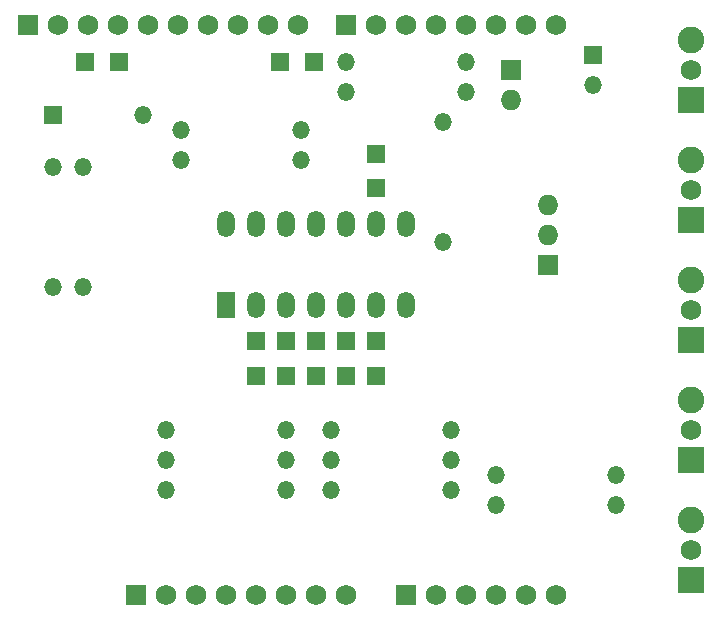
<source format=gbs>
G04 (created by PCBNEW (22-Jun-2014 BZR 4027)-stable) date Thu 21 Jun 2018 11:33:33 PM CDT*
%MOIN*%
G04 Gerber Fmt 3.4, Leading zero omitted, Abs format*
%FSLAX34Y34*%
G01*
G70*
G90*
G04 APERTURE LIST*
%ADD10C,0.00590551*%
%ADD11R,0.059X0.059*%
%ADD12O,0.059X0.059*%
%ADD13R,0.059X0.0885*%
%ADD14O,0.059X0.0885*%
%ADD15R,0.064X0.059*%
%ADD16R,0.059X0.064*%
%ADD17R,0.069X0.069*%
%ADD18C,0.069*%
%ADD19O,0.069X0.069*%
%ADD20R,0.089X0.089*%
%ADD21C,0.089*%
G04 APERTURE END LIST*
G54D10*
G54D11*
X88250Y-50000D03*
G54D12*
X88250Y-51000D03*
G54D13*
X76000Y-58352D03*
G54D14*
X77000Y-58352D03*
X78000Y-58352D03*
X79000Y-58352D03*
X79000Y-55647D03*
X78000Y-55647D03*
X77000Y-55647D03*
X76000Y-55647D03*
X80000Y-58352D03*
X81000Y-58352D03*
X82000Y-58352D03*
X80000Y-55647D03*
X81000Y-55647D03*
X82000Y-55647D03*
G54D15*
X71300Y-50250D03*
X72450Y-50250D03*
G54D16*
X77000Y-59550D03*
X77000Y-60700D03*
X78000Y-59550D03*
X78000Y-60700D03*
X81000Y-54450D03*
X81000Y-53300D03*
X81000Y-59550D03*
X81000Y-60700D03*
X80000Y-59550D03*
X80000Y-60700D03*
X79000Y-59550D03*
X79000Y-60700D03*
G54D17*
X73000Y-68000D03*
G54D18*
X74000Y-68000D03*
X75000Y-68000D03*
X76000Y-68000D03*
X77000Y-68000D03*
X78000Y-68000D03*
X79000Y-68000D03*
X80000Y-68000D03*
G54D17*
X80000Y-49000D03*
G54D18*
X81000Y-49000D03*
X82000Y-49000D03*
X83000Y-49000D03*
X84000Y-49000D03*
X85000Y-49000D03*
X86000Y-49000D03*
X87000Y-49000D03*
G54D17*
X82000Y-68000D03*
G54D18*
X83000Y-68000D03*
X84000Y-68000D03*
X85000Y-68000D03*
X86000Y-68000D03*
X87000Y-68000D03*
G54D17*
X69400Y-49000D03*
G54D18*
X70400Y-49000D03*
X71400Y-49000D03*
X72400Y-49000D03*
X73400Y-49000D03*
X74400Y-49000D03*
X75400Y-49000D03*
X76400Y-49000D03*
X77400Y-49000D03*
X78400Y-49000D03*
G54D17*
X85500Y-50500D03*
G54D19*
X85500Y-51500D03*
G54D20*
X91500Y-51500D03*
G54D21*
X91500Y-49500D03*
G54D18*
X91500Y-50500D03*
G54D20*
X91500Y-55500D03*
G54D21*
X91500Y-53500D03*
G54D18*
X91500Y-54500D03*
G54D20*
X91500Y-59500D03*
G54D21*
X91500Y-57500D03*
G54D18*
X91500Y-58500D03*
G54D20*
X91500Y-63500D03*
G54D21*
X91500Y-61500D03*
G54D18*
X91500Y-62500D03*
G54D12*
X74500Y-53500D03*
X78500Y-53500D03*
X71250Y-57750D03*
X71250Y-53750D03*
X80000Y-50250D03*
X84000Y-50250D03*
G54D11*
X70250Y-52000D03*
G54D12*
X73250Y-52000D03*
X79500Y-63500D03*
X83500Y-63500D03*
X83500Y-62500D03*
X79500Y-62500D03*
X79500Y-64500D03*
X83500Y-64500D03*
X89000Y-64000D03*
X85000Y-64000D03*
X78000Y-63500D03*
X74000Y-63500D03*
X74000Y-62500D03*
X78000Y-62500D03*
X78000Y-64500D03*
X74000Y-64500D03*
X89000Y-65000D03*
X85000Y-65000D03*
X83250Y-56250D03*
X83250Y-52250D03*
X80000Y-51250D03*
X84000Y-51250D03*
X70250Y-57750D03*
X70250Y-53750D03*
X78500Y-52500D03*
X74500Y-52500D03*
G54D15*
X78950Y-50250D03*
X77800Y-50250D03*
G54D17*
X86750Y-57000D03*
G54D19*
X86750Y-56000D03*
X86750Y-55000D03*
G54D20*
X91500Y-67500D03*
G54D21*
X91500Y-65500D03*
G54D18*
X91500Y-66500D03*
M02*

</source>
